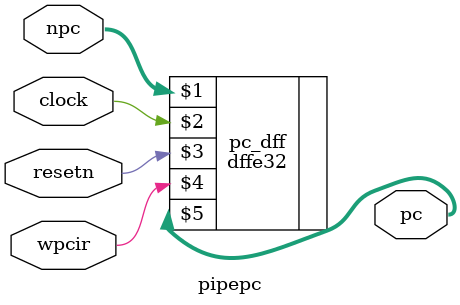
<source format=v>
module pipepc(npc, wpcir, clock, resetn, pc);
	input  [31:0] npc;
	input         wpcir, clock, resetn;
	output [31:0] pc;

	dffe32 pc_dff(npc, clock, resetn, wpcir, pc);
endmodule 
</source>
